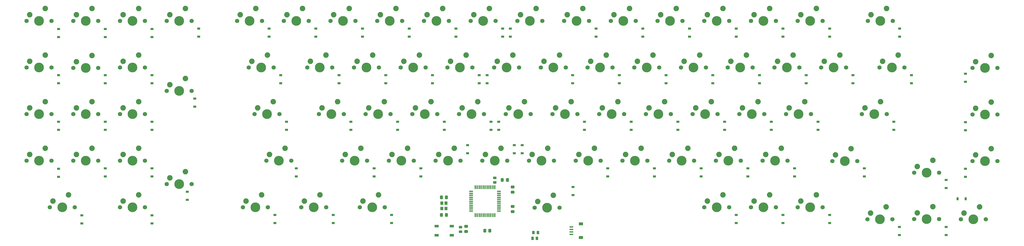
<source format=gbr>
%TF.GenerationSoftware,KiCad,Pcbnew,(6.0.1)*%
%TF.CreationDate,2022-02-12T16:29:40-05:00*%
%TF.ProjectId,PCB,5043422e-6b69-4636-9164-5f7063625858,rev?*%
%TF.SameCoordinates,Original*%
%TF.FileFunction,Soldermask,Bot*%
%TF.FilePolarity,Negative*%
%FSLAX46Y46*%
G04 Gerber Fmt 4.6, Leading zero omitted, Abs format (unit mm)*
G04 Created by KiCad (PCBNEW (6.0.1)) date 2022-02-12 16:29:40*
%MOMM*%
%LPD*%
G01*
G04 APERTURE LIST*
G04 Aperture macros list*
%AMRoundRect*
0 Rectangle with rounded corners*
0 $1 Rounding radius*
0 $2 $3 $4 $5 $6 $7 $8 $9 X,Y pos of 4 corners*
0 Add a 4 corners polygon primitive as box body*
4,1,4,$2,$3,$4,$5,$6,$7,$8,$9,$2,$3,0*
0 Add four circle primitives for the rounded corners*
1,1,$1+$1,$2,$3*
1,1,$1+$1,$4,$5*
1,1,$1+$1,$6,$7*
1,1,$1+$1,$8,$9*
0 Add four rect primitives between the rounded corners*
20,1,$1+$1,$2,$3,$4,$5,0*
20,1,$1+$1,$4,$5,$6,$7,0*
20,1,$1+$1,$6,$7,$8,$9,0*
20,1,$1+$1,$8,$9,$2,$3,0*%
G04 Aperture macros list end*
%ADD10C,1.750000*%
%ADD11C,3.987800*%
%ADD12C,2.250000*%
%ADD13R,1.800000X1.100000*%
%ADD14RoundRect,0.250000X0.337500X0.475000X-0.337500X0.475000X-0.337500X-0.475000X0.337500X-0.475000X0*%
%ADD15R,1.200000X0.900000*%
%ADD16RoundRect,0.250000X-0.450000X0.262500X-0.450000X-0.262500X0.450000X-0.262500X0.450000X0.262500X0*%
%ADD17RoundRect,0.250000X-0.337500X-0.475000X0.337500X-0.475000X0.337500X0.475000X-0.337500X0.475000X0*%
%ADD18R,0.900000X1.200000*%
%ADD19RoundRect,0.250000X0.262500X0.450000X-0.262500X0.450000X-0.262500X-0.450000X0.262500X-0.450000X0*%
%ADD20RoundRect,0.250000X0.450000X-0.262500X0.450000X0.262500X-0.450000X0.262500X-0.450000X-0.262500X0*%
%ADD21R,0.550000X1.500000*%
%ADD22R,1.500000X0.550000*%
%ADD23R,1.800000X1.200000*%
%ADD24R,1.550000X0.600000*%
%ADD25R,1.200000X1.400000*%
%ADD26RoundRect,0.250000X-0.475000X0.337500X-0.475000X-0.337500X0.475000X-0.337500X0.475000X0.337500X0*%
%ADD27RoundRect,0.250000X0.475000X-0.337500X0.475000X0.337500X-0.475000X0.337500X-0.475000X-0.337500X0*%
G04 APERTURE END LIST*
D10*
%TO.C,K65*%
X351463750Y-262580751D03*
D11*
X356543750Y-262580751D03*
D10*
X361623750Y-262580751D03*
D12*
X352733750Y-260040751D03*
X359083750Y-257500751D03*
%TD*%
D10*
%TO.C,K11*%
X308601250Y-205430751D03*
D11*
X313681250Y-205430751D03*
D10*
X318761250Y-205430751D03*
D12*
X309871250Y-202890751D03*
X316221250Y-200350751D03*
%TD*%
D10*
%TO.C,K66*%
X380673750Y-262580751D03*
D11*
X375593750Y-262580751D03*
D10*
X370513750Y-262580751D03*
D12*
X371783750Y-260040751D03*
X378133750Y-257500751D03*
%TD*%
D11*
%TO.C,K22*%
X204143750Y-224480751D03*
D10*
X199063750Y-224480751D03*
X209223750Y-224480751D03*
D12*
X200333750Y-221940751D03*
X206683750Y-219400751D03*
%TD*%
D10*
%TO.C,K37*%
X108426250Y-243530751D03*
D11*
X113506250Y-243530751D03*
D10*
X118586250Y-243530751D03*
D12*
X109696250Y-240990751D03*
X116046250Y-238450751D03*
%TD*%
D10*
%TO.C,K83*%
X470376250Y-286393251D03*
X480536250Y-286393251D03*
D11*
X475456250Y-286393251D03*
D12*
X471646250Y-283853251D03*
X477996250Y-281313251D03*
%TD*%
D10*
%TO.C,K3*%
X146526250Y-205430751D03*
D11*
X151606250Y-205430751D03*
D10*
X156686250Y-205430751D03*
D12*
X147796250Y-202890751D03*
X154146250Y-200350751D03*
%TD*%
D10*
%TO.C,K43*%
X256848750Y-243530751D03*
X246688750Y-243530751D03*
D11*
X251768750Y-243530751D03*
D12*
X247958750Y-240990751D03*
X254308750Y-238450751D03*
%TD*%
D10*
%TO.C,K13*%
X346701250Y-205430751D03*
D11*
X351781250Y-205430751D03*
D10*
X356861250Y-205430751D03*
D12*
X347971250Y-202890751D03*
X354321250Y-200350751D03*
%TD*%
D10*
%TO.C,K46*%
X303838750Y-243530751D03*
X313998750Y-243530751D03*
D11*
X308918750Y-243530751D03*
D12*
X305108750Y-240990751D03*
X311458750Y-238450751D03*
%TD*%
D11*
%TO.C,K76*%
X225575000Y-281630751D03*
D10*
X230655000Y-281630751D03*
X220495000Y-281630751D03*
D12*
X221765000Y-279090751D03*
X228115000Y-276550751D03*
%TD*%
D11*
%TO.C,K12*%
X332731250Y-205430751D03*
D10*
X337811250Y-205430751D03*
X327651250Y-205430751D03*
D12*
X328921250Y-202890751D03*
X335271250Y-200350751D03*
%TD*%
D10*
%TO.C,K30*%
X356226250Y-224480751D03*
D11*
X361306250Y-224480751D03*
D10*
X366386250Y-224480751D03*
D12*
X357496250Y-221940751D03*
X363846250Y-219400751D03*
%TD*%
D11*
%TO.C,K15*%
X389881250Y-205430751D03*
D10*
X394961250Y-205430751D03*
X384801250Y-205430751D03*
D12*
X386071250Y-202890751D03*
X392421250Y-200350751D03*
%TD*%
D11*
%TO.C,K35*%
X461318750Y-224480751D03*
D10*
X456238750Y-224480751D03*
X466398750Y-224480751D03*
D12*
X457508750Y-221940751D03*
X463858750Y-219400751D03*
%TD*%
D10*
%TO.C,K48*%
X341938750Y-243530751D03*
X352098750Y-243530751D03*
D11*
X347018750Y-243530751D03*
D12*
X343208750Y-240990751D03*
X349558750Y-238450751D03*
%TD*%
D11*
%TO.C,K67*%
X394643750Y-262580751D03*
D10*
X399723750Y-262580751D03*
X389563750Y-262580751D03*
D12*
X390833750Y-260040751D03*
X397183750Y-257500751D03*
%TD*%
D10*
%TO.C,K69*%
X447198750Y-262731250D03*
D11*
X442118750Y-262731250D03*
D10*
X437038750Y-262731250D03*
D12*
X438308750Y-260191250D03*
X444658750Y-257651250D03*
%TD*%
D11*
%TO.C,K2*%
X132556250Y-205430751D03*
D10*
X127476250Y-205430751D03*
X137636250Y-205430751D03*
D12*
X128746250Y-202890751D03*
X135096250Y-200350751D03*
%TD*%
D10*
%TO.C,K63*%
X313363750Y-262580751D03*
D11*
X318443750Y-262580751D03*
D10*
X323523750Y-262580751D03*
D12*
X314633750Y-260040751D03*
X320983750Y-257500751D03*
%TD*%
D11*
%TO.C,K17*%
X427981250Y-205430751D03*
D10*
X422901250Y-205430751D03*
X433061250Y-205430751D03*
D12*
X424171250Y-202890751D03*
X430521250Y-200350751D03*
%TD*%
D11*
%TO.C,K36*%
X499268750Y-224631250D03*
D10*
X504348750Y-224631250D03*
X494188750Y-224631250D03*
D12*
X495458750Y-222091250D03*
X501808750Y-219551250D03*
%TD*%
D11*
%TO.C,K49*%
X366068750Y-243530751D03*
D10*
X360988750Y-243530751D03*
X371148750Y-243530751D03*
D12*
X362258750Y-240990751D03*
X368608750Y-238450751D03*
%TD*%
D13*
%TO.C,SW1*%
X281856250Y-289305751D03*
X275656250Y-293005751D03*
X281856250Y-293005751D03*
X275656250Y-289305751D03*
%TD*%
D11*
%TO.C,K40*%
X170656250Y-234005751D03*
D10*
X175736250Y-234005751D03*
X165576250Y-234005751D03*
D12*
X166846250Y-231465751D03*
X173196250Y-228925751D03*
%TD*%
D10*
%TO.C,K73*%
X156686250Y-281630751D03*
D11*
X151606250Y-281630751D03*
D10*
X146526250Y-281630751D03*
D12*
X147796250Y-279090751D03*
X154146250Y-276550751D03*
%TD*%
D10*
%TO.C,K51*%
X409248750Y-243530751D03*
D11*
X404168750Y-243530751D03*
D10*
X399088750Y-243530751D03*
D12*
X400358750Y-240990751D03*
X406708750Y-238450751D03*
%TD*%
D10*
%TO.C,K44*%
X275898750Y-243530751D03*
D11*
X270818750Y-243530751D03*
D10*
X265738750Y-243530751D03*
D12*
X267008750Y-240990751D03*
X273358750Y-238450751D03*
%TD*%
D10*
%TO.C,K47*%
X322888750Y-243530751D03*
X333048750Y-243530751D03*
D11*
X327968750Y-243530751D03*
D12*
X324158750Y-240990751D03*
X330508750Y-238450751D03*
%TD*%
D11*
%TO.C,K29*%
X342256250Y-224480751D03*
D10*
X347336250Y-224480751D03*
X337176250Y-224480751D03*
D12*
X338446250Y-221940751D03*
X344796250Y-219400751D03*
%TD*%
D10*
%TO.C,K59*%
X237163750Y-262580751D03*
X247323750Y-262580751D03*
D11*
X242243750Y-262580751D03*
D12*
X238433750Y-260040751D03*
X244783750Y-257500751D03*
%TD*%
D10*
%TO.C,K57*%
X156686250Y-262580751D03*
X146526250Y-262580751D03*
D11*
X151606250Y-262580751D03*
D12*
X147796250Y-260040751D03*
X154146250Y-257500751D03*
%TD*%
D10*
%TO.C,K55*%
X118586250Y-262580751D03*
D11*
X113506250Y-262580751D03*
D10*
X108426250Y-262580751D03*
D12*
X109696250Y-260040751D03*
X116046250Y-257500751D03*
%TD*%
D10*
%TO.C,K31*%
X385436250Y-224480751D03*
D11*
X380356250Y-224480751D03*
D10*
X375276250Y-224480751D03*
D12*
X376546250Y-221940751D03*
X382896250Y-219400751D03*
%TD*%
D10*
%TO.C,K82*%
X461486250Y-286543750D03*
X451326250Y-286543750D03*
D11*
X456406250Y-286543750D03*
D12*
X452596250Y-284003750D03*
X458946250Y-281463750D03*
%TD*%
D10*
%TO.C,K81*%
X422901250Y-281630751D03*
X433061250Y-281630751D03*
D11*
X427981250Y-281630751D03*
D12*
X424171250Y-279090751D03*
X430521250Y-276550751D03*
%TD*%
D10*
%TO.C,K20*%
X137636250Y-224631250D03*
X127476250Y-224631250D03*
D11*
X132556250Y-224631250D03*
D12*
X128746250Y-222091250D03*
X135096250Y-219551250D03*
%TD*%
D11*
%TO.C,K6*%
X218431250Y-205430751D03*
D10*
X213351250Y-205430751D03*
X223511250Y-205430751D03*
D12*
X214621250Y-202890751D03*
X220971250Y-200350751D03*
%TD*%
D10*
%TO.C,K32*%
X394326250Y-224480751D03*
D11*
X399406250Y-224480751D03*
D10*
X404486250Y-224480751D03*
D12*
X395596250Y-221940751D03*
X401946250Y-219400751D03*
%TD*%
D11*
%TO.C,K54*%
X499268750Y-243681250D03*
D10*
X494188750Y-243681250D03*
X504348750Y-243681250D03*
D12*
X495458750Y-241141250D03*
X501808750Y-238601250D03*
%TD*%
D11*
%TO.C,K26*%
X285106250Y-224480751D03*
D10*
X280026250Y-224480751D03*
X290186250Y-224480751D03*
D12*
X281296250Y-221940751D03*
X287646250Y-219400751D03*
%TD*%
D10*
%TO.C,K80*%
X414011250Y-281630751D03*
X403851250Y-281630751D03*
D11*
X408931250Y-281630751D03*
D12*
X405121250Y-279090751D03*
X411471250Y-276550751D03*
%TD*%
D11*
%TO.C,K16*%
X408931250Y-205430751D03*
D10*
X414011250Y-205430751D03*
X403851250Y-205430751D03*
D12*
X405121250Y-202890751D03*
X411471250Y-200350751D03*
%TD*%
D10*
%TO.C,K41*%
X211605000Y-243530751D03*
X201445000Y-243530751D03*
D11*
X206525000Y-243530751D03*
D12*
X202715000Y-240990751D03*
X209065000Y-238450751D03*
%TD*%
D10*
%TO.C,K4*%
X175736250Y-205430751D03*
X165576250Y-205430751D03*
D11*
X170656250Y-205430751D03*
D12*
X166846250Y-202890751D03*
X173196250Y-200350751D03*
%TD*%
D11*
%TO.C,K52*%
X423218750Y-243530751D03*
D10*
X418138750Y-243530751D03*
X428298750Y-243530751D03*
D12*
X419408750Y-240990751D03*
X425758750Y-238450751D03*
%TD*%
D10*
%TO.C,K77*%
X244307500Y-281630751D03*
X254467500Y-281630751D03*
D11*
X249387500Y-281630751D03*
D12*
X245577500Y-279090751D03*
X251927500Y-276550751D03*
%TD*%
D10*
%TO.C,K75*%
X206842500Y-281630751D03*
D11*
X201762500Y-281630751D03*
D10*
X196682500Y-281630751D03*
D12*
X197952500Y-279090751D03*
X204302500Y-276550751D03*
%TD*%
D10*
%TO.C,K28*%
X328286250Y-224480751D03*
D11*
X323206250Y-224480751D03*
D10*
X318126250Y-224480751D03*
D12*
X319396250Y-221940751D03*
X325746250Y-219400751D03*
%TD*%
D10*
%TO.C,K50*%
X380038750Y-243530751D03*
X390198750Y-243530751D03*
D11*
X385118750Y-243530751D03*
D12*
X381308750Y-240990751D03*
X387658750Y-238450751D03*
%TD*%
D10*
%TO.C,K5*%
X194301250Y-205430751D03*
D11*
X199381250Y-205430751D03*
D10*
X204461250Y-205430751D03*
D12*
X195571250Y-202890751D03*
X201921250Y-200350751D03*
%TD*%
D10*
%TO.C,K33*%
X423536250Y-224480751D03*
X413376250Y-224480751D03*
D11*
X418456250Y-224480751D03*
D12*
X414646250Y-221940751D03*
X420996250Y-219400751D03*
%TD*%
D10*
%TO.C,K62*%
X294313750Y-262580751D03*
X304473750Y-262580751D03*
D11*
X299393750Y-262580751D03*
D12*
X295583750Y-260040751D03*
X301933750Y-257500751D03*
%TD*%
D10*
%TO.C,K74*%
X175736250Y-272105751D03*
X165576250Y-272105751D03*
D11*
X170656250Y-272105751D03*
D12*
X166846250Y-269565751D03*
X173196250Y-267025751D03*
%TD*%
D10*
%TO.C,K84*%
X489426250Y-286543750D03*
D11*
X494506250Y-286543750D03*
D10*
X499586250Y-286543750D03*
D12*
X490696250Y-284003750D03*
X497046250Y-281463750D03*
%TD*%
D10*
%TO.C,K34*%
X432426250Y-224480751D03*
D11*
X437506250Y-224480751D03*
D10*
X442586250Y-224480751D03*
D12*
X433696250Y-221940751D03*
X440046250Y-219400751D03*
%TD*%
D10*
%TO.C,K61*%
X275263750Y-262580751D03*
D11*
X280343750Y-262580751D03*
D10*
X285423750Y-262580751D03*
D12*
X276533750Y-260040751D03*
X282883750Y-257500751D03*
%TD*%
D10*
%TO.C,K14*%
X365751250Y-205430751D03*
D11*
X370831250Y-205430751D03*
D10*
X375911250Y-205430751D03*
D12*
X367021250Y-202890751D03*
X373371250Y-200350751D03*
%TD*%
D11*
%TO.C,K10*%
X294631250Y-205430751D03*
D10*
X289551250Y-205430751D03*
X299711250Y-205430751D03*
D12*
X290821250Y-202890751D03*
X297171250Y-200350751D03*
%TD*%
D10*
%TO.C,K1*%
X118586250Y-205430751D03*
X108426250Y-205430751D03*
D11*
X113506250Y-205430751D03*
D12*
X109696250Y-202890751D03*
X116046250Y-200350751D03*
%TD*%
D10*
%TO.C,K79*%
X384801250Y-281630751D03*
D11*
X389881250Y-281630751D03*
D10*
X394961250Y-281630751D03*
D12*
X386071250Y-279090751D03*
X392421250Y-276550751D03*
%TD*%
D11*
%TO.C,K23*%
X227956250Y-224480751D03*
D10*
X222876250Y-224480751D03*
X233036250Y-224480751D03*
D12*
X224146250Y-221940751D03*
X230496250Y-219400751D03*
%TD*%
D10*
%TO.C,K8*%
X251451250Y-205430751D03*
X261611250Y-205430751D03*
D11*
X256531250Y-205430751D03*
D12*
X252721250Y-202890751D03*
X259071250Y-200350751D03*
%TD*%
D10*
%TO.C,K71*%
X494188750Y-262731250D03*
X504348750Y-262731250D03*
D11*
X499268750Y-262731250D03*
D12*
X495458750Y-260191250D03*
X501808750Y-257651250D03*
%TD*%
D10*
%TO.C,K70*%
X480536250Y-267493750D03*
D11*
X475456250Y-267493750D03*
D10*
X470376250Y-267493750D03*
D12*
X471646250Y-264953750D03*
X477996250Y-262413750D03*
%TD*%
D10*
%TO.C,K18*%
X451476250Y-205430751D03*
D11*
X456556250Y-205430751D03*
D10*
X461636250Y-205430751D03*
D12*
X452746250Y-202890751D03*
X459096250Y-200350751D03*
%TD*%
D10*
%TO.C,K78*%
X325746250Y-281789501D03*
X315586250Y-281789501D03*
D11*
X320666250Y-281789501D03*
D12*
X316856250Y-279249501D03*
X323206250Y-276709501D03*
%TD*%
D11*
%TO.C,K25*%
X266056250Y-224480751D03*
D10*
X271136250Y-224480751D03*
X260976250Y-224480751D03*
D12*
X262246250Y-221940751D03*
X268596250Y-219400751D03*
%TD*%
D11*
%TO.C,K53*%
X454175000Y-243530751D03*
D10*
X449095000Y-243530751D03*
X459255000Y-243530751D03*
D12*
X450365000Y-240990751D03*
X456715000Y-238450751D03*
%TD*%
D10*
%TO.C,K72*%
X117951250Y-281630751D03*
X128111250Y-281630751D03*
D11*
X123031250Y-281630751D03*
D12*
X119221250Y-279090751D03*
X125571250Y-276550751D03*
%TD*%
D10*
%TO.C,K7*%
X242561250Y-205430751D03*
D11*
X237481250Y-205430751D03*
D10*
X232401250Y-205430751D03*
D12*
X233671250Y-202890751D03*
X240021250Y-200350751D03*
%TD*%
D11*
%TO.C,K24*%
X247006250Y-224480751D03*
D10*
X252086250Y-224480751D03*
X241926250Y-224480751D03*
D12*
X243196250Y-221940751D03*
X249546250Y-219400751D03*
%TD*%
D10*
%TO.C,K21*%
X146526250Y-224480751D03*
X156686250Y-224480751D03*
D11*
X151606250Y-224480751D03*
D12*
X147796250Y-221940751D03*
X154146250Y-219400751D03*
%TD*%
D10*
%TO.C,K38*%
X127476250Y-243530751D03*
D11*
X132556250Y-243530751D03*
D10*
X137636250Y-243530751D03*
D12*
X128746250Y-240990751D03*
X135096250Y-238450751D03*
%TD*%
D10*
%TO.C,K58*%
X216367500Y-262580751D03*
D11*
X211287500Y-262580751D03*
D10*
X206207500Y-262580751D03*
D12*
X207477500Y-260040751D03*
X213827500Y-257500751D03*
%TD*%
D10*
%TO.C,K68*%
X408613750Y-262580751D03*
D11*
X413693750Y-262580751D03*
D10*
X418773750Y-262580751D03*
D12*
X409883750Y-260040751D03*
X416233750Y-257500751D03*
%TD*%
D10*
%TO.C,K42*%
X237798750Y-243530751D03*
D11*
X232718750Y-243530751D03*
D10*
X227638750Y-243530751D03*
D12*
X228908750Y-240990751D03*
X235258750Y-238450751D03*
%TD*%
D10*
%TO.C,K45*%
X284788750Y-243530751D03*
D11*
X289868750Y-243530751D03*
D10*
X294948750Y-243530751D03*
D12*
X286058750Y-240990751D03*
X292408750Y-238450751D03*
%TD*%
D11*
%TO.C,K9*%
X275581250Y-205430751D03*
D10*
X280661250Y-205430751D03*
X270501250Y-205430751D03*
D12*
X271771250Y-202890751D03*
X278121250Y-200350751D03*
%TD*%
D11*
%TO.C,K39*%
X151606250Y-243530751D03*
D10*
X146526250Y-243530751D03*
X156686250Y-243530751D03*
D12*
X147796250Y-240990751D03*
X154146250Y-238450751D03*
%TD*%
D10*
%TO.C,K56*%
X137636250Y-262580751D03*
D11*
X132556250Y-262580751D03*
D10*
X127476250Y-262580751D03*
D12*
X128746250Y-260040751D03*
X135096250Y-257500751D03*
%TD*%
D11*
%TO.C,K27*%
X304156250Y-224480751D03*
D10*
X309236250Y-224480751D03*
X299076250Y-224480751D03*
D12*
X300346250Y-221940751D03*
X306696250Y-219400751D03*
%TD*%
D10*
%TO.C,K60*%
X266373750Y-262580751D03*
X256213750Y-262580751D03*
D11*
X261293750Y-262580751D03*
D12*
X257483750Y-260040751D03*
X263833750Y-257500751D03*
%TD*%
D10*
%TO.C,K19*%
X108426250Y-224480751D03*
X118586250Y-224480751D03*
D11*
X113506250Y-224480751D03*
D12*
X109696250Y-221940751D03*
X116046250Y-219400751D03*
%TD*%
D11*
%TO.C,K64*%
X337493750Y-262580751D03*
D10*
X332413750Y-262580751D03*
X342573750Y-262580751D03*
D12*
X333683750Y-260040751D03*
X340033750Y-257500751D03*
%TD*%
D14*
%TO.C,C1*%
X304518750Y-270399501D03*
X302443750Y-270399501D03*
%TD*%
D15*
%TO.C,D45*%
X310506250Y-259468251D03*
X310506250Y-256168251D03*
%TD*%
%TO.C,D40*%
X297806250Y-249943251D03*
X297806250Y-246643251D03*
%TD*%
%TO.C,D29*%
X245418750Y-211843251D03*
X245418750Y-208543251D03*
%TD*%
%TO.C,D61*%
X407343750Y-230893251D03*
X407343750Y-227593251D03*
%TD*%
%TO.C,D41*%
X307331250Y-259468251D03*
X307331250Y-256168251D03*
%TD*%
%TO.C,D43*%
X331143750Y-230893251D03*
X331143750Y-227593251D03*
%TD*%
D16*
%TO.C,R3*%
X285415625Y-289752626D03*
X285415625Y-291577626D03*
%TD*%
D15*
%TO.C,D25*%
X254943750Y-230893251D03*
X254943750Y-227593251D03*
%TD*%
%TO.C,D56*%
X388293750Y-230893251D03*
X388293750Y-227593251D03*
%TD*%
%TO.C,D22*%
X218431250Y-268993251D03*
X218431250Y-265693251D03*
%TD*%
D14*
%TO.C,C3*%
X279643750Y-284687001D03*
X277568750Y-284687001D03*
%TD*%
D15*
%TO.C,D55*%
X359718750Y-211843251D03*
X359718750Y-208543251D03*
%TD*%
%TO.C,D74*%
X464343750Y-292956250D03*
X464343750Y-289656250D03*
%TD*%
D17*
%TO.C,C5*%
X295300000Y-291155751D03*
X297375000Y-291155751D03*
%TD*%
D15*
%TO.C,D18*%
X177006250Y-240418251D03*
X177006250Y-237118251D03*
%TD*%
%TO.C,D67*%
X412106250Y-249943251D03*
X412106250Y-246643251D03*
%TD*%
%TO.C,D72*%
X431156250Y-249943251D03*
X431156250Y-246643251D03*
%TD*%
D18*
%TO.C,D84*%
X488093750Y-278138251D03*
X491393750Y-278138251D03*
%TD*%
D15*
%TO.C,D78*%
X483393750Y-273755751D03*
X483393750Y-270455751D03*
%TD*%
%TO.C,D76*%
X469256250Y-230893251D03*
X469256250Y-227593251D03*
%TD*%
%TO.C,D62*%
X393056250Y-249943251D03*
X393056250Y-246643251D03*
%TD*%
%TO.C,D39*%
X296218750Y-230893251D03*
X296218750Y-227593251D03*
%TD*%
%TO.C,D24*%
X226368750Y-211843251D03*
X226368750Y-208543251D03*
%TD*%
%TO.C,D80*%
X464493750Y-211843251D03*
X464493750Y-208543251D03*
%TD*%
%TO.C,D69*%
X435918750Y-288043251D03*
X435918750Y-284743251D03*
%TD*%
%TO.C,D17*%
X212081250Y-230893251D03*
X212081250Y-227593251D03*
%TD*%
%TO.C,D75*%
X435918750Y-211843251D03*
X435918750Y-208543251D03*
%TD*%
D19*
%TO.C,R2*%
X316593750Y-294330751D03*
X314768750Y-294330751D03*
%TD*%
D15*
%TO.C,D71*%
X445443750Y-230893251D03*
X445443750Y-227593251D03*
%TD*%
%TO.C,D36*%
X278756250Y-249943251D03*
X278756250Y-246643251D03*
%TD*%
%TO.C,D54*%
X364481250Y-268993251D03*
X364481250Y-265693251D03*
%TD*%
%TO.C,D70*%
X416868750Y-211843251D03*
X416868750Y-208543251D03*
%TD*%
%TO.C,D65*%
X397818750Y-211843251D03*
X397818750Y-208543251D03*
%TD*%
%TO.C,D52*%
X369243750Y-230893251D03*
X369243750Y-227593251D03*
%TD*%
%TO.C,D30*%
X273993750Y-230893251D03*
X273993750Y-227593251D03*
%TD*%
%TO.C,D37*%
X288281250Y-259468251D03*
X288281250Y-256168251D03*
%TD*%
%TO.C,D8*%
X140493750Y-249943251D03*
X140493750Y-246643251D03*
%TD*%
D20*
%TO.C,R4*%
X299393750Y-271430751D03*
X299393750Y-269605751D03*
%TD*%
D15*
%TO.C,D79*%
X483393750Y-292956250D03*
X483393750Y-289656250D03*
%TD*%
%TO.C,D12*%
X159543750Y-230893251D03*
X159543750Y-227593251D03*
%TD*%
%TO.C,D58*%
X383531250Y-268993251D03*
X383531250Y-265693251D03*
%TD*%
%TO.C,D82*%
X491331250Y-250093750D03*
X491331250Y-246793750D03*
%TD*%
%TO.C,D47*%
X350193750Y-230893251D03*
X350193750Y-227593251D03*
%TD*%
%TO.C,D50*%
X331302500Y-273313251D03*
X331302500Y-276613251D03*
%TD*%
%TO.C,D49*%
X345431250Y-268993251D03*
X345431250Y-265693251D03*
%TD*%
%TO.C,D42*%
X302568750Y-211843251D03*
X302568750Y-208543251D03*
%TD*%
%TO.C,D83*%
X491331250Y-269143750D03*
X491331250Y-265843750D03*
%TD*%
%TO.C,D73*%
X450056250Y-268993251D03*
X450056250Y-265693251D03*
%TD*%
%TO.C,D57*%
X374006250Y-249943251D03*
X374006250Y-246643251D03*
%TD*%
%TO.C,D33*%
X257325000Y-288043251D03*
X257325000Y-284743251D03*
%TD*%
D21*
%TO.C,U1*%
X299400000Y-284805751D03*
X298600000Y-284805751D03*
X297800000Y-284805751D03*
X297000000Y-284805751D03*
X296200000Y-284805751D03*
X295400000Y-284805751D03*
X294600000Y-284805751D03*
X293800000Y-284805751D03*
X293000000Y-284805751D03*
X292200000Y-284805751D03*
X291400000Y-284805751D03*
D22*
X289700000Y-283105751D03*
X289700000Y-282305751D03*
X289700000Y-281505751D03*
X289700000Y-280705751D03*
X289700000Y-279905751D03*
X289700000Y-279105751D03*
X289700000Y-278305751D03*
X289700000Y-277505751D03*
X289700000Y-276705751D03*
X289700000Y-275905751D03*
X289700000Y-275105751D03*
D21*
X291400000Y-273405751D03*
X292200000Y-273405751D03*
X293000000Y-273405751D03*
X293800000Y-273405751D03*
X294600000Y-273405751D03*
X295400000Y-273405751D03*
X296200000Y-273405751D03*
X297000000Y-273405751D03*
X297800000Y-273405751D03*
X298600000Y-273405751D03*
X299400000Y-273405751D03*
D22*
X301100000Y-275105751D03*
X301100000Y-275905751D03*
X301100000Y-276705751D03*
X301100000Y-277505751D03*
X301100000Y-278305751D03*
X301100000Y-279105751D03*
X301100000Y-279905751D03*
X301100000Y-280705751D03*
X301100000Y-281505751D03*
X301100000Y-282305751D03*
X301100000Y-283105751D03*
%TD*%
D15*
%TO.C,D68*%
X421631250Y-268993251D03*
X421631250Y-265693251D03*
%TD*%
%TO.C,D15*%
X173981250Y-278518251D03*
X173981250Y-275218251D03*
%TD*%
%TO.C,D2*%
X121443750Y-230893251D03*
X121443750Y-227593251D03*
%TD*%
%TO.C,D51*%
X340668750Y-211843251D03*
X340668750Y-208543251D03*
%TD*%
D23*
%TO.C,J1*%
X334481250Y-288355751D03*
X334481250Y-293955751D03*
D24*
X330606250Y-289655751D03*
X330606250Y-290655751D03*
X330606250Y-291655751D03*
X330606250Y-292655751D03*
%TD*%
D15*
%TO.C,D64*%
X416868750Y-288043251D03*
X416868750Y-284743251D03*
%TD*%
%TO.C,D20*%
X235893750Y-230893251D03*
X235893750Y-227593251D03*
%TD*%
%TO.C,D31*%
X259706250Y-249943251D03*
X259706250Y-246643251D03*
%TD*%
%TO.C,D26*%
X240656250Y-249943251D03*
X240656250Y-246643251D03*
%TD*%
%TO.C,D3*%
X121443750Y-249943251D03*
X121443750Y-246643251D03*
%TD*%
D25*
%TO.C,Y1*%
X277756250Y-282124501D03*
X277756250Y-279924501D03*
X279456250Y-279924501D03*
X279456250Y-282124501D03*
%TD*%
D15*
%TO.C,D81*%
X491331250Y-230250000D03*
X491331250Y-226950000D03*
%TD*%
%TO.C,D38*%
X283518750Y-211843251D03*
X283518750Y-208543251D03*
%TD*%
D26*
%TO.C,C4*%
X287671875Y-289383876D03*
X287671875Y-291458876D03*
%TD*%
D15*
%TO.C,D11*%
X159543750Y-211993750D03*
X159543750Y-208693750D03*
%TD*%
%TO.C,D46*%
X305743750Y-211843251D03*
X305743750Y-208543251D03*
%TD*%
%TO.C,D10*%
X159543750Y-288193750D03*
X159543750Y-284893750D03*
%TD*%
%TO.C,D23*%
X209700000Y-288043251D03*
X209700000Y-284743251D03*
%TD*%
%TO.C,D9*%
X140493750Y-268993251D03*
X140493750Y-265693251D03*
%TD*%
%TO.C,D32*%
X269231250Y-268993251D03*
X269231250Y-265693251D03*
%TD*%
D19*
%TO.C,R1*%
X316975000Y-291949501D03*
X315150000Y-291949501D03*
%TD*%
D15*
%TO.C,D16*%
X178593750Y-211843251D03*
X178593750Y-208543251D03*
%TD*%
%TO.C,D66*%
X426393750Y-230893251D03*
X426393750Y-227593251D03*
%TD*%
%TO.C,D48*%
X335906250Y-249943251D03*
X335906250Y-246643251D03*
%TD*%
%TO.C,D60*%
X378768750Y-211843251D03*
X378768750Y-208543251D03*
%TD*%
%TO.C,D7*%
X140493750Y-230893251D03*
X140493750Y-227593251D03*
%TD*%
%TO.C,D35*%
X293043750Y-230893251D03*
X293043750Y-227593251D03*
%TD*%
%TO.C,D5*%
X130968750Y-288193750D03*
X130968750Y-284893750D03*
%TD*%
%TO.C,D59*%
X397818750Y-288043251D03*
X397818750Y-284743251D03*
%TD*%
%TO.C,D77*%
X462112500Y-249943251D03*
X462112500Y-246643251D03*
%TD*%
%TO.C,D14*%
X159543750Y-268993251D03*
X159543750Y-265693251D03*
%TD*%
%TO.C,D1*%
X121443750Y-211993750D03*
X121443750Y-208693750D03*
%TD*%
%TO.C,D34*%
X264468750Y-211843251D03*
X264468750Y-208543251D03*
%TD*%
D17*
%TO.C,C2*%
X277568750Y-277543251D03*
X279643750Y-277543251D03*
%TD*%
D15*
%TO.C,D27*%
X250181250Y-268993251D03*
X250181250Y-265693251D03*
%TD*%
%TO.C,D28*%
X233512500Y-288043251D03*
X233512500Y-284743251D03*
%TD*%
%TO.C,D44*%
X300981250Y-249943251D03*
X300981250Y-246643251D03*
%TD*%
%TO.C,D19*%
X207318750Y-211843251D03*
X207318750Y-208543251D03*
%TD*%
%TO.C,D53*%
X354956250Y-249943251D03*
X354956250Y-246643251D03*
%TD*%
%TO.C,D63*%
X402581250Y-268993251D03*
X402581250Y-265693251D03*
%TD*%
%TO.C,D6*%
X140493750Y-211993750D03*
X140493750Y-208693750D03*
%TD*%
D27*
%TO.C,C7*%
X306656250Y-283343251D03*
X306656250Y-281268251D03*
%TD*%
D26*
%TO.C,C6*%
X306656250Y-273330751D03*
X306656250Y-275405751D03*
%TD*%
D15*
%TO.C,D4*%
X121443750Y-269143750D03*
X121443750Y-265843750D03*
%TD*%
%TO.C,D21*%
X214462500Y-249943251D03*
X214462500Y-246643251D03*
%TD*%
%TO.C,D13*%
X159543750Y-249943251D03*
X159543750Y-246643251D03*
%TD*%
M02*

</source>
